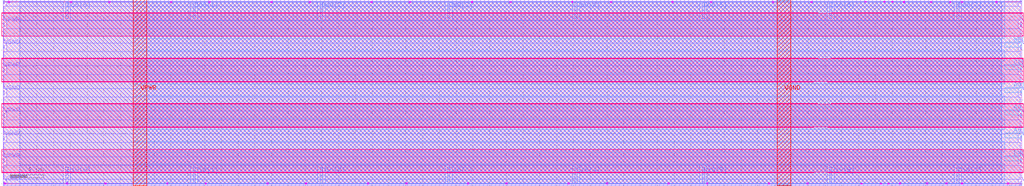
<source format=lef>
VERSION 5.7 ;
  NOWIREEXTENSIONATPIN ON ;
  DIVIDERCHAR "/" ;
  BUSBITCHARS "[]" ;
MACRO RAM8
  CLASS BLOCK ;
  FOREIGN RAM8 ;
  ORIGIN 0.000 0.000 ;
  SIZE 121.440 BY 21.760 ;
  PIN A0[0]
    DIRECTION INPUT ;
    USE SIGNAL ;
    PORT
      LAYER met3 ;
        RECT 119.440 5.480 121.440 6.080 ;
    END
  END A0[0]
  PIN A0[1]
    DIRECTION INPUT ;
    USE SIGNAL ;
    PORT
      LAYER met3 ;
        RECT 119.440 8.200 121.440 8.800 ;
    END
  END A0[1]
  PIN A0[2]
    DIRECTION INPUT ;
    USE SIGNAL ;
    PORT
      LAYER met3 ;
        RECT 119.440 10.920 121.440 11.520 ;
    END
  END A0[2]
  PIN CLK
    DIRECTION INPUT ;
    USE SIGNAL ;
    PORT
      LAYER met3 ;
        RECT 119.440 13.640 121.440 14.240 ;
    END
  END CLK
  PIN Di0[0]
    DIRECTION INPUT ;
    USE SIGNAL ;
    PORT
      LAYER met2 ;
        RECT 7.450 0.000 7.730 2.000 ;
    END
  END Di0[0]
  PIN Di0[1]
    DIRECTION INPUT ;
    USE SIGNAL ;
    PORT
      LAYER met2 ;
        RECT 22.630 0.000 22.910 2.000 ;
    END
  END Di0[1]
  PIN Di0[2]
    DIRECTION INPUT ;
    USE SIGNAL ;
    PORT
      LAYER met2 ;
        RECT 37.810 0.000 38.090 2.000 ;
    END
  END Di0[2]
  PIN Di0[3]
    DIRECTION INPUT ;
    USE SIGNAL ;
    PORT
      LAYER met2 ;
        RECT 52.990 0.000 53.270 2.000 ;
    END
  END Di0[3]
  PIN Di0[4]
    DIRECTION INPUT ;
    USE SIGNAL ;
    PORT
      LAYER met2 ;
        RECT 68.170 0.000 68.450 2.000 ;
    END
  END Di0[4]
  PIN Di0[5]
    DIRECTION INPUT ;
    USE SIGNAL ;
    PORT
      LAYER met2 ;
        RECT 83.350 0.000 83.630 2.000 ;
    END
  END Di0[5]
  PIN Di0[6]
    DIRECTION INPUT ;
    USE SIGNAL ;
    PORT
      LAYER met2 ;
        RECT 98.530 0.000 98.810 2.000 ;
    END
  END Di0[6]
  PIN Di0[7]
    DIRECTION INPUT ;
    USE SIGNAL ;
    PORT
      LAYER met2 ;
        RECT 113.710 0.000 113.990 2.000 ;
    END
  END Di0[7]
  PIN Do0[0]
    DIRECTION OUTPUT ;
    USE SIGNAL ;
    PORT
      LAYER met2 ;
        RECT 7.450 19.760 7.730 21.760 ;
    END
  END Do0[0]
  PIN Do0[1]
    DIRECTION OUTPUT ;
    USE SIGNAL ;
    PORT
      LAYER met2 ;
        RECT 22.630 19.760 22.910 21.760 ;
    END
  END Do0[1]
  PIN Do0[2]
    DIRECTION OUTPUT ;
    USE SIGNAL ;
    PORT
      LAYER met2 ;
        RECT 37.810 19.760 38.090 21.760 ;
    END
  END Do0[2]
  PIN Do0[3]
    DIRECTION OUTPUT ;
    USE SIGNAL ;
    PORT
      LAYER met2 ;
        RECT 52.990 19.760 53.270 21.760 ;
    END
  END Do0[3]
  PIN Do0[4]
    DIRECTION OUTPUT ;
    USE SIGNAL ;
    PORT
      LAYER met2 ;
        RECT 68.170 19.760 68.450 21.760 ;
    END
  END Do0[4]
  PIN Do0[5]
    DIRECTION OUTPUT ;
    USE SIGNAL ;
    PORT
      LAYER met2 ;
        RECT 83.350 19.760 83.630 21.760 ;
    END
  END Do0[5]
  PIN Do0[6]
    DIRECTION OUTPUT ;
    USE SIGNAL ;
    PORT
      LAYER met2 ;
        RECT 98.530 19.760 98.810 21.760 ;
    END
  END Do0[6]
  PIN Do0[7]
    DIRECTION OUTPUT ;
    USE SIGNAL ;
    PORT
      LAYER met2 ;
        RECT 113.710 19.760 113.990 21.760 ;
    END
  END Do0[7]
  PIN EN0
    DIRECTION INPUT ;
    USE SIGNAL ;
    PORT
      LAYER met3 ;
        RECT 119.440 2.760 121.440 3.360 ;
    END
  END EN0
  PIN VGND
    DIRECTION INOUT ;
    USE GROUND ;
    PORT
      LAYER met4 ;
        RECT 92.320 -0.240 93.920 22.000 ;
    END
    PORT
      LAYER met1 ;
        RECT 0.000 -0.240 0.145 0.240 ;
    END
    PORT
      LAYER met1 ;
        RECT 121.295 -0.240 121.440 0.240 ;
    END
    PORT
      LAYER met1 ;
        RECT 0.000 5.200 0.145 5.680 ;
    END
    PORT
      LAYER met1 ;
        RECT 121.295 5.200 121.440 5.680 ;
    END
    PORT
      LAYER met1 ;
        RECT 0.000 10.640 0.145 11.120 ;
    END
    PORT
      LAYER met1 ;
        RECT 121.295 10.640 121.440 11.120 ;
    END
    PORT
      LAYER met1 ;
        RECT 0.000 16.080 0.145 16.560 ;
    END
    PORT
      LAYER met1 ;
        RECT 121.295 16.080 121.440 16.560 ;
    END
    PORT
      LAYER met1 ;
        RECT 0.000 21.520 0.145 22.000 ;
    END
    PORT
      LAYER met1 ;
        RECT 121.295 21.520 121.440 22.000 ;
    END
  END VGND
  PIN VPWR
    DIRECTION INOUT ;
    USE POWER ;
    PORT
      LAYER met4 ;
        RECT 15.520 -0.240 17.120 22.000 ;
    END
    PORT
      LAYER met1 ;
        RECT 0.000 2.480 0.145 2.960 ;
    END
    PORT
      LAYER met1 ;
        RECT 121.295 2.480 121.440 2.960 ;
    END
    PORT
      LAYER met1 ;
        RECT 0.000 7.920 0.145 8.400 ;
    END
    PORT
      LAYER met1 ;
        RECT 121.295 7.920 121.440 8.400 ;
    END
    PORT
      LAYER met1 ;
        RECT 0.000 13.360 0.145 13.840 ;
    END
    PORT
      LAYER met1 ;
        RECT 121.295 13.360 121.440 13.840 ;
    END
    PORT
      LAYER met1 ;
        RECT 0.000 18.800 0.145 19.280 ;
    END
    PORT
      LAYER met1 ;
        RECT 121.295 18.800 121.440 19.280 ;
    END
  END VPWR
  PIN WE0
    DIRECTION INPUT ;
    USE SIGNAL ;
    PORT
      LAYER met3 ;
        RECT 119.440 16.360 121.440 16.960 ;
    END
  END WE0
  OBS
      LAYER pwell ;
        RECT 0.605 21.655 0.775 21.845 ;
        RECT 7.970 21.655 8.140 21.845 ;
        RECT 12.565 21.655 12.735 21.845 ;
        RECT 19.930 21.655 20.100 21.845 ;
        RECT 24.525 21.655 24.695 21.845 ;
        RECT 31.890 21.655 32.060 21.845 ;
        RECT 36.485 21.655 36.655 21.845 ;
        RECT 43.850 21.655 44.020 21.845 ;
        RECT 48.445 21.655 48.615 21.845 ;
        RECT 55.810 21.655 55.980 21.845 ;
        RECT 60.405 21.655 60.575 21.845 ;
        RECT 67.770 21.655 67.940 21.845 ;
        RECT 72.365 21.655 72.535 21.845 ;
        RECT 79.730 21.655 79.900 21.845 ;
        RECT 84.325 21.655 84.495 21.845 ;
        RECT 91.690 21.655 91.860 21.845 ;
        RECT 96.290 21.655 96.460 21.845 ;
        RECT 102.725 21.675 102.895 21.845 ;
        RECT 105.025 21.695 105.195 21.845 ;
        RECT 105.945 21.675 106.115 21.845 ;
        RECT 107.325 21.655 107.495 21.845 ;
        RECT 110.545 21.655 110.715 21.845 ;
        RECT 112.845 21.655 113.015 21.845 ;
        RECT 114.230 21.655 114.400 21.845 ;
        RECT 118.365 21.655 118.535 21.845 ;
      LAYER nwell ;
        RECT -0.190 20.405 97.135 20.455 ;
        RECT 98.760 20.405 121.630 20.455 ;
        RECT -0.190 17.675 121.630 20.405 ;
        RECT -0.190 17.625 96.675 17.675 ;
        RECT 98.300 17.625 121.630 17.675 ;
        RECT -0.190 14.965 97.135 15.015 ;
        RECT 98.760 14.965 121.630 15.015 ;
        RECT -0.190 12.235 121.630 14.965 ;
        RECT -0.190 12.185 96.675 12.235 ;
        RECT 98.300 12.185 121.630 12.235 ;
        RECT -0.190 9.525 97.135 9.575 ;
        RECT 98.760 9.525 121.630 9.575 ;
        RECT -0.190 6.795 121.630 9.525 ;
        RECT -0.190 6.745 96.675 6.795 ;
        RECT 98.300 6.745 121.630 6.795 ;
        RECT -0.190 4.085 97.135 4.135 ;
        RECT 98.760 4.085 121.630 4.135 ;
        RECT -0.190 1.355 121.630 4.085 ;
        RECT -0.190 1.305 96.675 1.355 ;
        RECT 98.300 1.305 121.630 1.355 ;
      LAYER pwell ;
        RECT 0.145 -0.085 0.315 0.105 ;
        RECT 7.510 -0.085 7.680 0.105 ;
        RECT 12.105 -0.085 12.275 0.105 ;
        RECT 19.470 -0.085 19.640 0.105 ;
        RECT 24.065 -0.085 24.235 0.105 ;
        RECT 31.430 -0.085 31.600 0.105 ;
        RECT 36.025 -0.085 36.195 0.105 ;
        RECT 43.390 -0.085 43.560 0.105 ;
        RECT 47.985 -0.085 48.155 0.105 ;
        RECT 55.350 -0.085 55.520 0.105 ;
        RECT 59.945 -0.085 60.115 0.105 ;
        RECT 67.310 -0.085 67.480 0.105 ;
        RECT 71.905 -0.085 72.075 0.105 ;
        RECT 79.270 -0.085 79.440 0.105 ;
        RECT 83.865 -0.085 84.035 0.105 ;
        RECT 91.230 -0.085 91.400 0.105 ;
        RECT 95.830 -0.085 96.000 0.105 ;
        RECT 102.265 -0.085 102.435 0.085 ;
        RECT 104.565 -0.085 104.735 0.065 ;
        RECT 105.485 -0.085 105.655 0.085 ;
        RECT 106.865 -0.085 107.035 0.105 ;
        RECT 110.085 -0.085 110.255 0.105 ;
        RECT 112.385 -0.085 112.555 0.105 ;
        RECT 114.225 -0.085 114.395 0.105 ;
        RECT 119.745 -0.085 119.915 0.105 ;
      LAYER li1 ;
        RECT 0.000 21.675 121.440 21.845 ;
      LAYER li1 ;
        RECT 0.000 0.085 121.440 21.675 ;
      LAYER li1 ;
        RECT 0.000 -0.085 121.440 0.085 ;
      LAYER met1 ;
        RECT 0.145 21.675 121.295 22.000 ;
        RECT 0.425 21.240 121.015 21.675 ;
        RECT 0.085 19.560 121.295 21.240 ;
        RECT 0.425 18.520 121.015 19.560 ;
        RECT 0.085 16.840 121.295 18.520 ;
        RECT 0.425 15.800 121.015 16.840 ;
        RECT 0.085 14.120 121.295 15.800 ;
        RECT 0.425 13.080 121.015 14.120 ;
        RECT 0.085 11.400 121.295 13.080 ;
        RECT 0.425 10.360 121.015 11.400 ;
        RECT 0.085 8.680 121.295 10.360 ;
        RECT 0.425 7.640 121.015 8.680 ;
        RECT 0.085 5.960 121.295 7.640 ;
        RECT 0.425 4.920 121.015 5.960 ;
        RECT 0.085 3.240 121.295 4.920 ;
        RECT 0.425 2.200 121.015 3.240 ;
        RECT 0.085 0.520 121.295 2.200 ;
        RECT 0.425 0.085 121.015 0.520 ;
        RECT 0.145 -0.240 121.295 0.085 ;
      LAYER met2 ;
        RECT 92.350 21.760 93.890 21.945 ;
        RECT 1.940 19.480 7.170 21.760 ;
        RECT 8.010 19.480 22.350 21.760 ;
        RECT 23.190 19.480 37.530 21.760 ;
        RECT 38.370 19.480 52.710 21.760 ;
        RECT 53.550 19.480 67.890 21.760 ;
        RECT 68.730 19.480 83.070 21.760 ;
        RECT 83.910 19.480 98.250 21.760 ;
        RECT 99.090 19.480 113.430 21.760 ;
        RECT 114.270 19.480 119.050 21.760 ;
        RECT 1.940 2.280 119.050 19.480 ;
        RECT 1.940 0.000 7.170 2.280 ;
        RECT 8.010 0.000 22.350 2.280 ;
        RECT 23.190 0.000 37.530 2.280 ;
        RECT 38.370 0.000 52.710 2.280 ;
        RECT 53.550 0.000 67.890 2.280 ;
        RECT 68.730 0.000 83.070 2.280 ;
        RECT 83.910 0.000 98.250 2.280 ;
        RECT 99.090 0.000 113.430 2.280 ;
        RECT 114.270 0.000 119.050 2.280 ;
        RECT 92.350 -0.185 93.890 0.000 ;
      LAYER met3 ;
        RECT 92.330 21.760 93.910 21.925 ;
        RECT 15.530 17.360 119.440 21.760 ;
        RECT 15.530 15.960 119.040 17.360 ;
        RECT 15.530 14.640 119.440 15.960 ;
        RECT 15.530 13.240 119.040 14.640 ;
        RECT 15.530 11.920 119.440 13.240 ;
        RECT 15.530 10.520 119.040 11.920 ;
        RECT 15.530 9.200 119.440 10.520 ;
        RECT 15.530 7.800 119.040 9.200 ;
        RECT 15.530 6.480 119.440 7.800 ;
        RECT 15.530 5.080 119.040 6.480 ;
        RECT 15.530 3.760 119.440 5.080 ;
        RECT 15.530 2.360 119.040 3.760 ;
        RECT 15.530 0.000 119.440 2.360 ;
        RECT 92.330 -0.165 93.910 0.000 ;
  END
END RAM8
END LIBRARY


</source>
